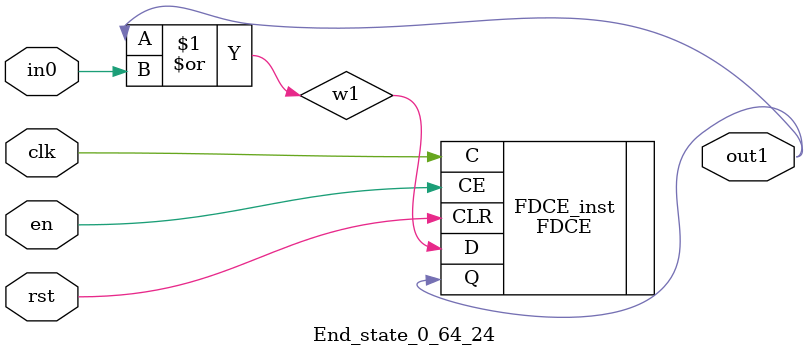
<source format=v>
module engine_0_64(out,clk,sod,en, in_122, in_123, in_124, in_125, in_4, in_8, in_15, in_17, in_18, in_29, in_30, in_41, in_56, in_62, in_110);
//pcre: /265\xC0\x80[^\xC0]*\x22[^\xC0]*SetCustomStatus/i
//block char: 5[0], \xC0[8], \x80[8], [^\xC0][2], O[0], S[0], a[0], e[0], c[0], u[0], t[0], M[0], 2[0], 6[0], \x22[8], 

	input clk,sod,en;

	input in_122, in_123, in_124, in_125, in_4, in_8, in_15, in_17, in_18, in_29, in_30, in_41, in_56, in_62, in_110;
	output out;

	assign w0 = 1'b1;
	state_0_64_1 BlockState_0_64_1 (w1,in_56,clk,en,sod,w0);
	state_0_64_2 BlockState_0_64_2 (w2,in_62,clk,en,sod,w1);
	state_0_64_3 BlockState_0_64_3 (w3,in_122,clk,en,sod,w2);
	state_0_64_4 BlockState_0_64_4 (w4,in_123,clk,en,sod,w3);
	state_0_64_5 BlockState_0_64_5 (w5,in_124,clk,en,sod,w4);
	state_0_64_6 BlockState_0_64_6 (w6,in_125,clk,en,sod,w6,w5);
	state_0_64_7 BlockState_0_64_7 (w7,in_110,clk,en,sod,w5,w6);
	state_0_64_8 BlockState_0_64_8 (w8,in_125,clk,en,sod,w8,w7);
	state_0_64_9 BlockState_0_64_9 (w9,in_8,clk,en,sod,w7,w8);
	state_0_64_10 BlockState_0_64_10 (w10,in_17,clk,en,sod,w9);
	state_0_64_11 BlockState_0_64_11 (w11,in_30,clk,en,sod,w10);
	state_0_64_12 BlockState_0_64_12 (w12,in_18,clk,en,sod,w11);
	state_0_64_13 BlockState_0_64_13 (w13,in_29,clk,en,sod,w12);
	state_0_64_14 BlockState_0_64_14 (w14,in_8,clk,en,sod,w13);
	state_0_64_15 BlockState_0_64_15 (w15,in_30,clk,en,sod,w14);
	state_0_64_16 BlockState_0_64_16 (w16,in_4,clk,en,sod,w15);
	state_0_64_17 BlockState_0_64_17 (w17,in_41,clk,en,sod,w16);
	state_0_64_18 BlockState_0_64_18 (w18,in_8,clk,en,sod,w17);
	state_0_64_19 BlockState_0_64_19 (w19,in_30,clk,en,sod,w18);
	state_0_64_20 BlockState_0_64_20 (w20,in_15,clk,en,sod,w19);
	state_0_64_21 BlockState_0_64_21 (w21,in_30,clk,en,sod,w20);
	state_0_64_22 BlockState_0_64_22 (w22,in_29,clk,en,sod,w21);
	state_0_64_23 BlockState_0_64_23 (w23,in_8,clk,en,sod,w22);
	End_state_0_64_24 BlockState_0_64_24 (out,clk,en,sod,w23);
endmodule

module state_0_64_1(out1,in_char,clk,en,rst,in0);
	input in_char,clk,en,rst,in0;
	output out1;
	wire w1,w2;
	assign w1 = in0; 
	and(w2,in_char,w1);
	FDCE #(.INIT(1'b0)) FDCE_inst (
		.Q(out1),
		.C(clk),
		.CE(en),
		.CLR(rst),
		.D(w2)
);
endmodule

module state_0_64_2(out1,in_char,clk,en,rst,in0);
	input in_char,clk,en,rst,in0;
	output out1;
	wire w1,w2;
	assign w1 = in0; 
	and(w2,in_char,w1);
	FDCE #(.INIT(1'b0)) FDCE_inst (
		.Q(out1),
		.C(clk),
		.CE(en),
		.CLR(rst),
		.D(w2)
);
endmodule

module state_0_64_3(out1,in_char,clk,en,rst,in0);
	input in_char,clk,en,rst,in0;
	output out1;
	wire w1,w2;
	assign w1 = in0; 
	and(w2,in_char,w1);
	FDCE #(.INIT(1'b0)) FDCE_inst (
		.Q(out1),
		.C(clk),
		.CE(en),
		.CLR(rst),
		.D(w2)
);
endmodule

module state_0_64_4(out1,in_char,clk,en,rst,in0);
	input in_char,clk,en,rst,in0;
	output out1;
	wire w1,w2;
	assign w1 = in0; 
	and(w2,in_char,w1);
	FDCE #(.INIT(1'b0)) FDCE_inst (
		.Q(out1),
		.C(clk),
		.CE(en),
		.CLR(rst),
		.D(w2)
);
endmodule

module state_0_64_5(out1,in_char,clk,en,rst,in0);
	input in_char,clk,en,rst,in0;
	output out1;
	wire w1,w2;
	assign w1 = in0; 
	and(w2,in_char,w1);
	FDCE #(.INIT(1'b0)) FDCE_inst (
		.Q(out1),
		.C(clk),
		.CE(en),
		.CLR(rst),
		.D(w2)
);
endmodule

module state_0_64_6(out1,in_char,clk,en,rst,in0,in1);
	input in_char,clk,en,rst,in0,in1;
	output out1;
	wire w1,w2;
	or(w1,in0,in1);
	and(w2,in_char,w1);
	FDCE #(.INIT(1'b0)) FDCE_inst (
		.Q(out1),
		.C(clk),
		.CE(en),
		.CLR(rst),
		.D(w2)
);
endmodule

module state_0_64_7(out1,in_char,clk,en,rst,in0,in1);
	input in_char,clk,en,rst,in0,in1;
	output out1;
	wire w1,w2;
	or(w1,in0,in1);
	and(w2,in_char,w1);
	FDCE #(.INIT(1'b0)) FDCE_inst (
		.Q(out1),
		.C(clk),
		.CE(en),
		.CLR(rst),
		.D(w2)
);
endmodule

module state_0_64_8(out1,in_char,clk,en,rst,in0,in1);
	input in_char,clk,en,rst,in0,in1;
	output out1;
	wire w1,w2;
	or(w1,in0,in1);
	and(w2,in_char,w1);
	FDCE #(.INIT(1'b0)) FDCE_inst (
		.Q(out1),
		.C(clk),
		.CE(en),
		.CLR(rst),
		.D(w2)
);
endmodule

module state_0_64_9(out1,in_char,clk,en,rst,in0,in1);
	input in_char,clk,en,rst,in0,in1;
	output out1;
	wire w1,w2;
	or(w1,in0,in1);
	and(w2,in_char,w1);
	FDCE #(.INIT(1'b0)) FDCE_inst (
		.Q(out1),
		.C(clk),
		.CE(en),
		.CLR(rst),
		.D(w2)
);
endmodule

module state_0_64_10(out1,in_char,clk,en,rst,in0);
	input in_char,clk,en,rst,in0;
	output out1;
	wire w1,w2;
	assign w1 = in0; 
	and(w2,in_char,w1);
	FDCE #(.INIT(1'b0)) FDCE_inst (
		.Q(out1),
		.C(clk),
		.CE(en),
		.CLR(rst),
		.D(w2)
);
endmodule

module state_0_64_11(out1,in_char,clk,en,rst,in0);
	input in_char,clk,en,rst,in0;
	output out1;
	wire w1,w2;
	assign w1 = in0; 
	and(w2,in_char,w1);
	FDCE #(.INIT(1'b0)) FDCE_inst (
		.Q(out1),
		.C(clk),
		.CE(en),
		.CLR(rst),
		.D(w2)
);
endmodule

module state_0_64_12(out1,in_char,clk,en,rst,in0);
	input in_char,clk,en,rst,in0;
	output out1;
	wire w1,w2;
	assign w1 = in0; 
	and(w2,in_char,w1);
	FDCE #(.INIT(1'b0)) FDCE_inst (
		.Q(out1),
		.C(clk),
		.CE(en),
		.CLR(rst),
		.D(w2)
);
endmodule

module state_0_64_13(out1,in_char,clk,en,rst,in0);
	input in_char,clk,en,rst,in0;
	output out1;
	wire w1,w2;
	assign w1 = in0; 
	and(w2,in_char,w1);
	FDCE #(.INIT(1'b0)) FDCE_inst (
		.Q(out1),
		.C(clk),
		.CE(en),
		.CLR(rst),
		.D(w2)
);
endmodule

module state_0_64_14(out1,in_char,clk,en,rst,in0);
	input in_char,clk,en,rst,in0;
	output out1;
	wire w1,w2;
	assign w1 = in0; 
	and(w2,in_char,w1);
	FDCE #(.INIT(1'b0)) FDCE_inst (
		.Q(out1),
		.C(clk),
		.CE(en),
		.CLR(rst),
		.D(w2)
);
endmodule

module state_0_64_15(out1,in_char,clk,en,rst,in0);
	input in_char,clk,en,rst,in0;
	output out1;
	wire w1,w2;
	assign w1 = in0; 
	and(w2,in_char,w1);
	FDCE #(.INIT(1'b0)) FDCE_inst (
		.Q(out1),
		.C(clk),
		.CE(en),
		.CLR(rst),
		.D(w2)
);
endmodule

module state_0_64_16(out1,in_char,clk,en,rst,in0);
	input in_char,clk,en,rst,in0;
	output out1;
	wire w1,w2;
	assign w1 = in0; 
	and(w2,in_char,w1);
	FDCE #(.INIT(1'b0)) FDCE_inst (
		.Q(out1),
		.C(clk),
		.CE(en),
		.CLR(rst),
		.D(w2)
);
endmodule

module state_0_64_17(out1,in_char,clk,en,rst,in0);
	input in_char,clk,en,rst,in0;
	output out1;
	wire w1,w2;
	assign w1 = in0; 
	and(w2,in_char,w1);
	FDCE #(.INIT(1'b0)) FDCE_inst (
		.Q(out1),
		.C(clk),
		.CE(en),
		.CLR(rst),
		.D(w2)
);
endmodule

module state_0_64_18(out1,in_char,clk,en,rst,in0);
	input in_char,clk,en,rst,in0;
	output out1;
	wire w1,w2;
	assign w1 = in0; 
	and(w2,in_char,w1);
	FDCE #(.INIT(1'b0)) FDCE_inst (
		.Q(out1),
		.C(clk),
		.CE(en),
		.CLR(rst),
		.D(w2)
);
endmodule

module state_0_64_19(out1,in_char,clk,en,rst,in0);
	input in_char,clk,en,rst,in0;
	output out1;
	wire w1,w2;
	assign w1 = in0; 
	and(w2,in_char,w1);
	FDCE #(.INIT(1'b0)) FDCE_inst (
		.Q(out1),
		.C(clk),
		.CE(en),
		.CLR(rst),
		.D(w2)
);
endmodule

module state_0_64_20(out1,in_char,clk,en,rst,in0);
	input in_char,clk,en,rst,in0;
	output out1;
	wire w1,w2;
	assign w1 = in0; 
	and(w2,in_char,w1);
	FDCE #(.INIT(1'b0)) FDCE_inst (
		.Q(out1),
		.C(clk),
		.CE(en),
		.CLR(rst),
		.D(w2)
);
endmodule

module state_0_64_21(out1,in_char,clk,en,rst,in0);
	input in_char,clk,en,rst,in0;
	output out1;
	wire w1,w2;
	assign w1 = in0; 
	and(w2,in_char,w1);
	FDCE #(.INIT(1'b0)) FDCE_inst (
		.Q(out1),
		.C(clk),
		.CE(en),
		.CLR(rst),
		.D(w2)
);
endmodule

module state_0_64_22(out1,in_char,clk,en,rst,in0);
	input in_char,clk,en,rst,in0;
	output out1;
	wire w1,w2;
	assign w1 = in0; 
	and(w2,in_char,w1);
	FDCE #(.INIT(1'b0)) FDCE_inst (
		.Q(out1),
		.C(clk),
		.CE(en),
		.CLR(rst),
		.D(w2)
);
endmodule

module state_0_64_23(out1,in_char,clk,en,rst,in0);
	input in_char,clk,en,rst,in0;
	output out1;
	wire w1,w2;
	assign w1 = in0; 
	and(w2,in_char,w1);
	FDCE #(.INIT(1'b0)) FDCE_inst (
		.Q(out1),
		.C(clk),
		.CE(en),
		.CLR(rst),
		.D(w2)
);
endmodule

module End_state_0_64_24(out1,clk,en,rst,in0);
	input clk,rst,en,in0;
	output out1;
	wire w1;
	or(w1,out1,in0);
	FDCE #(.INIT(1'b0)) FDCE_inst (
		.Q(out1),
		.C(clk),
		.CE(en),
		.CLR(rst),
		.D(w1)
);
endmodule


</source>
